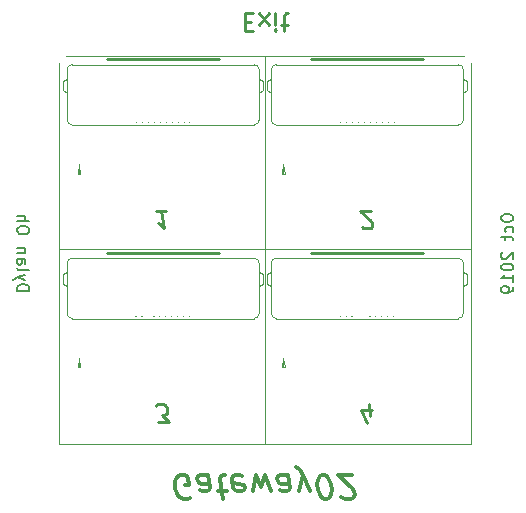
<source format=gbr>
G04 #@! TF.GenerationSoftware,KiCad,Pcbnew,(5.1.4)-1*
G04 #@! TF.CreationDate,2019-10-08T18:00:11-06:00*
G04 #@! TF.ProjectId,Gateway02,47617465-7761-4793-9032-2e6b69636164,rev?*
G04 #@! TF.SameCoordinates,Original*
G04 #@! TF.FileFunction,Legend,Bot*
G04 #@! TF.FilePolarity,Positive*
%FSLAX46Y46*%
G04 Gerber Fmt 4.6, Leading zero omitted, Abs format (unit mm)*
G04 Created by KiCad (PCBNEW (5.1.4)-1) date 2019-10-08 18:00:11*
%MOMM*%
%LPD*%
G04 APERTURE LIST*
%ADD10C,0.150000*%
%ADD11C,0.120000*%
%ADD12C,0.225000*%
%ADD13C,0.300000*%
G04 APERTURE END LIST*
D10*
X113837380Y-94154761D02*
X113837380Y-94345238D01*
X113885000Y-94440476D01*
X113980238Y-94535714D01*
X114170714Y-94583333D01*
X114504047Y-94583333D01*
X114694523Y-94535714D01*
X114789761Y-94440476D01*
X114837380Y-94345238D01*
X114837380Y-94154761D01*
X114789761Y-94059523D01*
X114694523Y-93964285D01*
X114504047Y-93916666D01*
X114170714Y-93916666D01*
X113980238Y-93964285D01*
X113885000Y-94059523D01*
X113837380Y-94154761D01*
X114789761Y-95440476D02*
X114837380Y-95345238D01*
X114837380Y-95154761D01*
X114789761Y-95059523D01*
X114742142Y-95011904D01*
X114646904Y-94964285D01*
X114361190Y-94964285D01*
X114265952Y-95011904D01*
X114218333Y-95059523D01*
X114170714Y-95154761D01*
X114170714Y-95345238D01*
X114218333Y-95440476D01*
X114170714Y-95726190D02*
X114170714Y-96107142D01*
X113837380Y-95869047D02*
X114694523Y-95869047D01*
X114789761Y-95916666D01*
X114837380Y-96011904D01*
X114837380Y-96107142D01*
X113932619Y-97154761D02*
X113885000Y-97202380D01*
X113837380Y-97297619D01*
X113837380Y-97535714D01*
X113885000Y-97630952D01*
X113932619Y-97678571D01*
X114027857Y-97726190D01*
X114123095Y-97726190D01*
X114265952Y-97678571D01*
X114837380Y-97107142D01*
X114837380Y-97726190D01*
X113837380Y-98345238D02*
X113837380Y-98440476D01*
X113885000Y-98535714D01*
X113932619Y-98583333D01*
X114027857Y-98630952D01*
X114218333Y-98678571D01*
X114456428Y-98678571D01*
X114646904Y-98630952D01*
X114742142Y-98583333D01*
X114789761Y-98535714D01*
X114837380Y-98440476D01*
X114837380Y-98345238D01*
X114789761Y-98250000D01*
X114742142Y-98202380D01*
X114646904Y-98154761D01*
X114456428Y-98107142D01*
X114218333Y-98107142D01*
X114027857Y-98154761D01*
X113932619Y-98202380D01*
X113885000Y-98250000D01*
X113837380Y-98345238D01*
X114837380Y-99630952D02*
X114837380Y-99059523D01*
X114837380Y-99345238D02*
X113837380Y-99345238D01*
X113980238Y-99250000D01*
X114075476Y-99154761D01*
X114123095Y-99059523D01*
X114837380Y-100107142D02*
X114837380Y-100297619D01*
X114789761Y-100392857D01*
X114742142Y-100440476D01*
X114599285Y-100535714D01*
X114408809Y-100583333D01*
X114027857Y-100583333D01*
X113932619Y-100535714D01*
X113885000Y-100488095D01*
X113837380Y-100392857D01*
X113837380Y-100202380D01*
X113885000Y-100107142D01*
X113932619Y-100059523D01*
X114027857Y-100011904D01*
X114265952Y-100011904D01*
X114361190Y-100059523D01*
X114408809Y-100107142D01*
X114456428Y-100202380D01*
X114456428Y-100392857D01*
X114408809Y-100488095D01*
X114361190Y-100535714D01*
X114265952Y-100583333D01*
X72866619Y-100416666D02*
X73866619Y-100416666D01*
X73866619Y-100178571D01*
X73819000Y-100035714D01*
X73723761Y-99940476D01*
X73628523Y-99892857D01*
X73438047Y-99845238D01*
X73295190Y-99845238D01*
X73104714Y-99892857D01*
X73009476Y-99940476D01*
X72914238Y-100035714D01*
X72866619Y-100178571D01*
X72866619Y-100416666D01*
X73533285Y-99511904D02*
X72866619Y-99273809D01*
X73533285Y-99035714D02*
X72866619Y-99273809D01*
X72628523Y-99369047D01*
X72580904Y-99416666D01*
X72533285Y-99511904D01*
X72866619Y-98511904D02*
X72914238Y-98607142D01*
X73009476Y-98654761D01*
X73866619Y-98654761D01*
X72866619Y-97702380D02*
X73390428Y-97702380D01*
X73485666Y-97750000D01*
X73533285Y-97845238D01*
X73533285Y-98035714D01*
X73485666Y-98130952D01*
X72914238Y-97702380D02*
X72866619Y-97797619D01*
X72866619Y-98035714D01*
X72914238Y-98130952D01*
X73009476Y-98178571D01*
X73104714Y-98178571D01*
X73199952Y-98130952D01*
X73247571Y-98035714D01*
X73247571Y-97797619D01*
X73295190Y-97702380D01*
X73533285Y-97226190D02*
X72866619Y-97226190D01*
X73438047Y-97226190D02*
X73485666Y-97178571D01*
X73533285Y-97083333D01*
X73533285Y-96940476D01*
X73485666Y-96845238D01*
X73390428Y-96797619D01*
X72866619Y-96797619D01*
X73866619Y-95369047D02*
X73866619Y-95178571D01*
X73819000Y-95083333D01*
X73723761Y-94988095D01*
X73533285Y-94940476D01*
X73199952Y-94940476D01*
X73009476Y-94988095D01*
X72914238Y-95083333D01*
X72866619Y-95178571D01*
X72866619Y-95369047D01*
X72914238Y-95464285D01*
X73009476Y-95559523D01*
X73199952Y-95607142D01*
X73533285Y-95607142D01*
X73723761Y-95559523D01*
X73819000Y-95464285D01*
X73866619Y-95369047D01*
X72866619Y-94511904D02*
X73866619Y-94511904D01*
X72866619Y-94083333D02*
X73390428Y-94083333D01*
X73485666Y-94130952D01*
X73533285Y-94226190D01*
X73533285Y-94369047D01*
X73485666Y-94464285D01*
X73438047Y-94511904D01*
D11*
X76404000Y-113408000D02*
X76404000Y-81108000D01*
X111300000Y-113408000D02*
X76404000Y-113408000D01*
X77000000Y-80508000D02*
X110700000Y-80508000D01*
X111300000Y-96908000D02*
X76404000Y-96908000D01*
X111300000Y-81108000D02*
X111300000Y-113308000D01*
X93852000Y-113408000D02*
X93852000Y-80508000D01*
D12*
X97744000Y-97193000D02*
X107244000Y-97193000D01*
X80460000Y-97193000D02*
X89960000Y-97193000D01*
X97744000Y-80807000D02*
X107244000Y-80807000D01*
X102754736Y-111014428D02*
X102629736Y-110014428D01*
X102469022Y-111585857D02*
X101977950Y-110514428D01*
X102906522Y-110514428D01*
D11*
X101264000Y-102543000D02*
G75*
G03X101264000Y-102543000I-60000J0D01*
G01*
X103764000Y-102543000D02*
G75*
G03X103764000Y-102543000I-60000J0D01*
G01*
X103264000Y-102543000D02*
G75*
G03X103264000Y-102543000I-60000J0D01*
G01*
X101764000Y-102543000D02*
G75*
G03X101764000Y-102543000I-60000J0D01*
G01*
X100264000Y-102543000D02*
G75*
G03X100264000Y-102543000I-60000J0D01*
G01*
X102264000Y-102543000D02*
G75*
G03X102264000Y-102543000I-60000J0D01*
G01*
X104264000Y-102543000D02*
G75*
G03X104264000Y-102543000I-60000J0D01*
G01*
X102764000Y-102543000D02*
G75*
G03X102764000Y-102543000I-60000J0D01*
G01*
X104764000Y-102543000D02*
G75*
G03X104764000Y-102543000I-60000J0D01*
G01*
X100764000Y-102543000D02*
G75*
G03X100764000Y-102543000I-60000J0D01*
G01*
X95384000Y-106093000D02*
X95284000Y-106863000D01*
X95284000Y-106863000D02*
X95484000Y-106863000D01*
X95384000Y-106093000D02*
X95384000Y-106863000D01*
X95484000Y-106863000D02*
X95384000Y-106093000D01*
D12*
X84747522Y-111514428D02*
X85676093Y-111514428D01*
X85104665Y-110943000D01*
X85318950Y-110943000D01*
X85452879Y-110871571D01*
X85515379Y-110800142D01*
X85568950Y-110657285D01*
X85524308Y-110300142D01*
X85435022Y-110157285D01*
X85354665Y-110085857D01*
X85202879Y-110014428D01*
X84774308Y-110014428D01*
X84640379Y-110085857D01*
X84577879Y-110157285D01*
D11*
X83980000Y-102543000D02*
G75*
G03X83980000Y-102543000I-60000J0D01*
G01*
X86480000Y-102543000D02*
G75*
G03X86480000Y-102543000I-60000J0D01*
G01*
X85980000Y-102543000D02*
G75*
G03X85980000Y-102543000I-60000J0D01*
G01*
X84480000Y-102543000D02*
G75*
G03X84480000Y-102543000I-60000J0D01*
G01*
X82980000Y-102543000D02*
G75*
G03X82980000Y-102543000I-60000J0D01*
G01*
X84980000Y-102543000D02*
G75*
G03X84980000Y-102543000I-60000J0D01*
G01*
X86980000Y-102543000D02*
G75*
G03X86980000Y-102543000I-60000J0D01*
G01*
X85480000Y-102543000D02*
G75*
G03X85480000Y-102543000I-60000J0D01*
G01*
X87480000Y-102543000D02*
G75*
G03X87480000Y-102543000I-60000J0D01*
G01*
X83480000Y-102543000D02*
G75*
G03X83480000Y-102543000I-60000J0D01*
G01*
X78100000Y-106093000D02*
X78000000Y-106863000D01*
X78000000Y-106863000D02*
X78200000Y-106863000D01*
X78100000Y-106093000D02*
X78100000Y-106863000D01*
X78200000Y-106863000D02*
X78100000Y-106093000D01*
D12*
X102085093Y-94985571D02*
X102165450Y-95057000D01*
X102317236Y-95128428D01*
X102674379Y-95128428D01*
X102808308Y-95057000D01*
X102870808Y-94985571D01*
X102924379Y-94842714D01*
X102906522Y-94699857D01*
X102808308Y-94485571D01*
X101844022Y-93628428D01*
X102772593Y-93628428D01*
D11*
X101264000Y-86157000D02*
G75*
G03X101264000Y-86157000I-60000J0D01*
G01*
X103764000Y-86157000D02*
G75*
G03X103764000Y-86157000I-60000J0D01*
G01*
X103264000Y-86157000D02*
G75*
G03X103264000Y-86157000I-60000J0D01*
G01*
X101764000Y-86157000D02*
G75*
G03X101764000Y-86157000I-60000J0D01*
G01*
X100264000Y-86157000D02*
G75*
G03X100264000Y-86157000I-60000J0D01*
G01*
X102264000Y-86157000D02*
G75*
G03X102264000Y-86157000I-60000J0D01*
G01*
X104264000Y-86157000D02*
G75*
G03X104264000Y-86157000I-60000J0D01*
G01*
X102764000Y-86157000D02*
G75*
G03X102764000Y-86157000I-60000J0D01*
G01*
X104764000Y-86157000D02*
G75*
G03X104764000Y-86157000I-60000J0D01*
G01*
X100764000Y-86157000D02*
G75*
G03X100764000Y-86157000I-60000J0D01*
G01*
X95384000Y-89707000D02*
X95284000Y-90477000D01*
X95284000Y-90477000D02*
X95484000Y-90477000D01*
X95384000Y-89707000D02*
X95384000Y-90477000D01*
X95484000Y-90477000D02*
X95384000Y-89707000D01*
X78200000Y-90477000D02*
X78100000Y-89707000D01*
X78100000Y-89707000D02*
X78100000Y-90477000D01*
X78000000Y-90477000D02*
X78200000Y-90477000D01*
X78100000Y-89707000D02*
X78000000Y-90477000D01*
X83480000Y-86157000D02*
G75*
G03X83480000Y-86157000I-60000J0D01*
G01*
X87480000Y-86157000D02*
G75*
G03X87480000Y-86157000I-60000J0D01*
G01*
X85480000Y-86157000D02*
G75*
G03X85480000Y-86157000I-60000J0D01*
G01*
X86980000Y-86157000D02*
G75*
G03X86980000Y-86157000I-60000J0D01*
G01*
X84980000Y-86157000D02*
G75*
G03X84980000Y-86157000I-60000J0D01*
G01*
X82980000Y-86157000D02*
G75*
G03X82980000Y-86157000I-60000J0D01*
G01*
X84480000Y-86157000D02*
G75*
G03X84480000Y-86157000I-60000J0D01*
G01*
X85980000Y-86157000D02*
G75*
G03X85980000Y-86157000I-60000J0D01*
G01*
X86480000Y-86157000D02*
G75*
G03X86480000Y-86157000I-60000J0D01*
G01*
X83980000Y-86157000D02*
G75*
G03X83980000Y-86157000I-60000J0D01*
G01*
D12*
X85488593Y-93628428D02*
X84631450Y-93628428D01*
X85060022Y-93628428D02*
X85247522Y-95128428D01*
X85077879Y-94914142D01*
X84917165Y-94771285D01*
X84765379Y-94699857D01*
X80460000Y-80807000D02*
X89960000Y-80807000D01*
D13*
X87461553Y-117937000D02*
X87282982Y-118032238D01*
X86997267Y-118032238D01*
X86699648Y-117937000D01*
X86485363Y-117746523D01*
X86366315Y-117556047D01*
X86223458Y-117175095D01*
X86187744Y-116889380D01*
X86235363Y-116508428D01*
X86306791Y-116317952D01*
X86473458Y-116127476D01*
X86747267Y-116032238D01*
X86937744Y-116032238D01*
X87235363Y-116127476D01*
X87342505Y-116222714D01*
X87425839Y-116889380D01*
X87044886Y-116889380D01*
X89032982Y-116032238D02*
X89163934Y-117079857D01*
X89092505Y-117270333D01*
X88913934Y-117365571D01*
X88532982Y-117365571D01*
X88330601Y-117270333D01*
X89044886Y-116127476D02*
X88842505Y-116032238D01*
X88366315Y-116032238D01*
X88187744Y-116127476D01*
X88116315Y-116317952D01*
X88140125Y-116508428D01*
X88259172Y-116698904D01*
X88461553Y-116794142D01*
X88937744Y-116794142D01*
X89140125Y-116889380D01*
X89866315Y-117365571D02*
X90628220Y-117365571D01*
X90235363Y-118032238D02*
X90021077Y-116317952D01*
X90092505Y-116127476D01*
X90271077Y-116032238D01*
X90461553Y-116032238D01*
X91902029Y-116127476D02*
X91699648Y-116032238D01*
X91318696Y-116032238D01*
X91140125Y-116127476D01*
X91068696Y-116317952D01*
X91163934Y-117079857D01*
X91282982Y-117270333D01*
X91485363Y-117365571D01*
X91866315Y-117365571D01*
X92044886Y-117270333D01*
X92116315Y-117079857D01*
X92092505Y-116889380D01*
X91116315Y-116698904D01*
X92818696Y-117365571D02*
X93032982Y-116032238D01*
X93532982Y-116984619D01*
X93794886Y-116032238D01*
X94342505Y-117365571D01*
X95794886Y-116032238D02*
X95925839Y-117079857D01*
X95854410Y-117270333D01*
X95675839Y-117365571D01*
X95294886Y-117365571D01*
X95092505Y-117270333D01*
X95806791Y-116127476D02*
X95604410Y-116032238D01*
X95128220Y-116032238D01*
X94949648Y-116127476D01*
X94878220Y-116317952D01*
X94902029Y-116508428D01*
X95021077Y-116698904D01*
X95223458Y-116794142D01*
X95699648Y-116794142D01*
X95902029Y-116889380D01*
X96723458Y-117365571D02*
X97032982Y-116032238D01*
X97675839Y-117365571D02*
X97032982Y-116032238D01*
X96782982Y-115556047D01*
X96675839Y-115460809D01*
X96473458Y-115365571D01*
X98902029Y-118032238D02*
X99092505Y-118032238D01*
X99271077Y-117937000D01*
X99354410Y-117841761D01*
X99425839Y-117651285D01*
X99473458Y-117270333D01*
X99413934Y-116794142D01*
X99271077Y-116413190D01*
X99152029Y-116222714D01*
X99044886Y-116127476D01*
X98842505Y-116032238D01*
X98652029Y-116032238D01*
X98473458Y-116127476D01*
X98390125Y-116222714D01*
X98318696Y-116413190D01*
X98271077Y-116794142D01*
X98330601Y-117270333D01*
X98473458Y-117651285D01*
X98592505Y-117841761D01*
X98699648Y-117937000D01*
X98902029Y-118032238D01*
X100306791Y-117841761D02*
X100413934Y-117937000D01*
X100616315Y-118032238D01*
X101092505Y-118032238D01*
X101271077Y-117937000D01*
X101354410Y-117841761D01*
X101425839Y-117651285D01*
X101402029Y-117460809D01*
X101271077Y-117175095D01*
X99985363Y-116032238D01*
X101223458Y-116032238D01*
D12*
X92137714Y-77670142D02*
X92637714Y-77670142D01*
X92852000Y-76884428D02*
X92137714Y-76884428D01*
X92137714Y-78384428D01*
X92852000Y-78384428D01*
X93352000Y-76884428D02*
X94137714Y-77884428D01*
X93352000Y-77884428D02*
X94137714Y-76884428D01*
X94709142Y-76884428D02*
X94709142Y-77884428D01*
X94709142Y-78384428D02*
X94637714Y-78313000D01*
X94709142Y-78241571D01*
X94780571Y-78313000D01*
X94709142Y-78384428D01*
X94709142Y-78241571D01*
X95209142Y-77884428D02*
X95780571Y-77884428D01*
X95423428Y-78384428D02*
X95423428Y-77098714D01*
X95494857Y-76955857D01*
X95637714Y-76884428D01*
X95780571Y-76884428D01*
D11*
X110634000Y-102303000D02*
G75*
G02X110184000Y-102753000I-450000J0D01*
G01*
X94804000Y-102753000D02*
G75*
G02X94354000Y-102303000I0J450000D01*
G01*
X110184000Y-97633000D02*
G75*
G02X110634000Y-98083000I0J-450000D01*
G01*
X94354000Y-98083000D02*
G75*
G02X94804000Y-97633000I450000J0D01*
G01*
X94804000Y-97633000D02*
X110184000Y-97633000D01*
X94804000Y-102753000D02*
X110184000Y-102753000D01*
X110634000Y-98083000D02*
X110634000Y-102303000D01*
X94354000Y-102303000D02*
X94354000Y-98083000D01*
X94034000Y-99823000D02*
X94034000Y-99023000D01*
X94034000Y-99023000D02*
X94354000Y-98823000D01*
X110954000Y-99023000D02*
X110634000Y-98823000D01*
X110954000Y-99823000D02*
X110954000Y-99023000D01*
X110954000Y-99823000D02*
X110634000Y-100023000D01*
X94034000Y-99823000D02*
X94354000Y-100023000D01*
X76750000Y-99823000D02*
X77070000Y-100023000D01*
X93670000Y-99823000D02*
X93350000Y-100023000D01*
X93670000Y-99823000D02*
X93670000Y-99023000D01*
X93670000Y-99023000D02*
X93350000Y-98823000D01*
X76750000Y-99023000D02*
X77070000Y-98823000D01*
X76750000Y-99823000D02*
X76750000Y-99023000D01*
X77070000Y-102303000D02*
X77070000Y-98083000D01*
X93350000Y-98083000D02*
X93350000Y-102303000D01*
X77520000Y-102753000D02*
X92900000Y-102753000D01*
X77520000Y-97633000D02*
X92900000Y-97633000D01*
X77070000Y-98083000D02*
G75*
G02X77520000Y-97633000I450000J0D01*
G01*
X92900000Y-97633000D02*
G75*
G02X93350000Y-98083000I0J-450000D01*
G01*
X77520000Y-102753000D02*
G75*
G02X77070000Y-102303000I0J450000D01*
G01*
X93350000Y-102303000D02*
G75*
G02X92900000Y-102753000I-450000J0D01*
G01*
X110634000Y-85917000D02*
G75*
G02X110184000Y-86367000I-450000J0D01*
G01*
X94804000Y-86367000D02*
G75*
G02X94354000Y-85917000I0J450000D01*
G01*
X110184000Y-81247000D02*
G75*
G02X110634000Y-81697000I0J-450000D01*
G01*
X94354000Y-81697000D02*
G75*
G02X94804000Y-81247000I450000J0D01*
G01*
X94804000Y-81247000D02*
X110184000Y-81247000D01*
X94804000Y-86367000D02*
X110184000Y-86367000D01*
X110634000Y-81697000D02*
X110634000Y-85917000D01*
X94354000Y-85917000D02*
X94354000Y-81697000D01*
X94034000Y-83437000D02*
X94034000Y-82637000D01*
X94034000Y-82637000D02*
X94354000Y-82437000D01*
X110954000Y-82637000D02*
X110634000Y-82437000D01*
X110954000Y-83437000D02*
X110954000Y-82637000D01*
X110954000Y-83437000D02*
X110634000Y-83637000D01*
X94034000Y-83437000D02*
X94354000Y-83637000D01*
X76750000Y-83437000D02*
X77070000Y-83637000D01*
X93670000Y-83437000D02*
X93350000Y-83637000D01*
X93670000Y-83437000D02*
X93670000Y-82637000D01*
X93670000Y-82637000D02*
X93350000Y-82437000D01*
X76750000Y-82637000D02*
X77070000Y-82437000D01*
X76750000Y-83437000D02*
X76750000Y-82637000D01*
X77070000Y-85917000D02*
X77070000Y-81697000D01*
X93350000Y-81697000D02*
X93350000Y-85917000D01*
X77520000Y-86367000D02*
X92900000Y-86367000D01*
X77520000Y-81247000D02*
X92900000Y-81247000D01*
X77070000Y-81697000D02*
G75*
G02X77520000Y-81247000I450000J0D01*
G01*
X92900000Y-81247000D02*
G75*
G02X93350000Y-81697000I0J-450000D01*
G01*
X77520000Y-86367000D02*
G75*
G02X77070000Y-85917000I0J450000D01*
G01*
X93350000Y-85917000D02*
G75*
G02X92900000Y-86367000I-450000J0D01*
G01*
M02*

</source>
